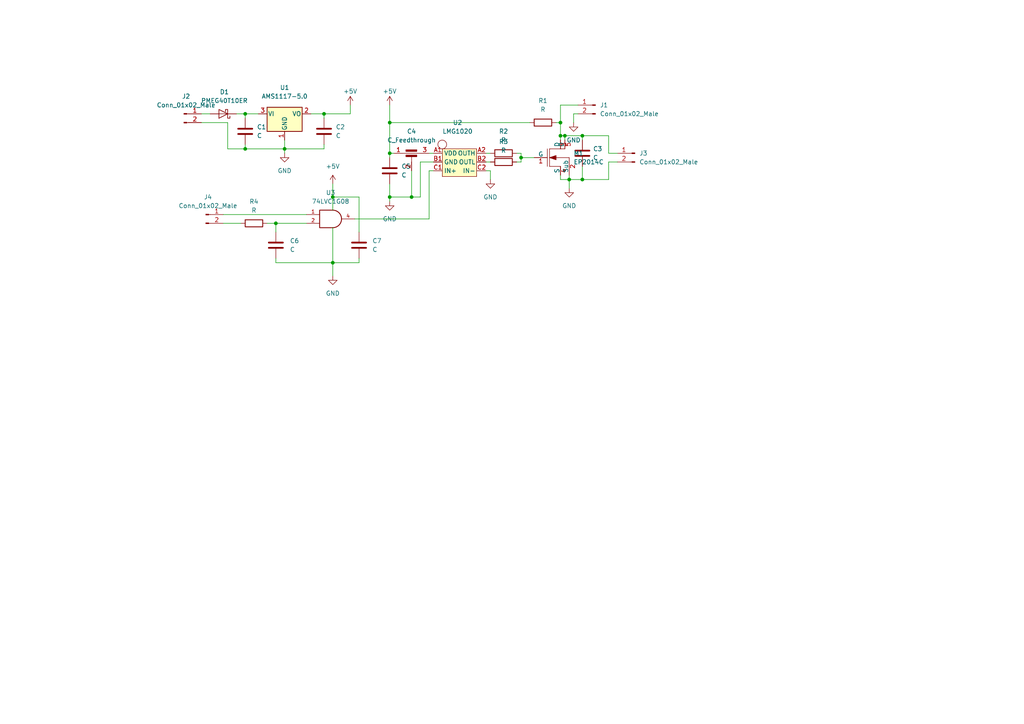
<source format=kicad_sch>
(kicad_sch (version 20211123) (generator eeschema)
  (paper "A4")
  (lib_symbols
    (symbol "74xGxx:74LVC1G08" (pin_names (offset 1.016))
      (property "Reference" "U" (at -2.54 3.81 0))
      (property "Value" "74LVC1G08" (at 0 -3.81 0))
      (symbol "74LVC1G08_0_1"
        (arc (start 0 -2.54) (mid 2.54 0) (end 0 2.54) (stroke (width 0.254)))
        (polyline (pts (xy 0 -2.54) (xy -3.81 -2.54) (xy -3.81 2.54) (xy 0 2.54)) (stroke (width 0.254)))
      )
      (symbol "74LVC1G08_1_1"
        (pin input line (at -7.62 1.27 0) (length 3.81) (name "~") (number "1"))
        (pin input line (at -7.62 -1.27 0) (length 3.81) (name "~") (number "2"))
        (pin power_in line (at 0 -2.54 270) (length 0) hide (name "GND") (number "3"))
        (pin output line (at 6.35 0 180) (length 3.81) (name "~") (number "4"))
        (pin power_in line (at 0 2.54 90) (length 0) hide (name "VCC") (number "5"))
      )
    )
    (symbol "Connector:Conn_01x02_Male" (pin_names (offset 1.016) hide)
      (property "Reference" "J" (at 0 2.54 0))
      (property "Value" "Conn_01x02_Male" (at 0 -5.08 0))
      (symbol "Conn_01x02_Male_1_1"
        (polyline (pts (xy 1.27 -2.54) (xy 0.8636 -2.54)) (stroke (width 0.1524)))
        (polyline (pts (xy 1.27 0) (xy 0.8636 0)) (stroke (width 0.1524)))
        (rectangle (start 0.8636 -2.413) (end 0 -2.667) (stroke (width 0.1524)) (fill (type outline)))
        (rectangle (start 0.8636 0.127) (end 0 -0.127) (stroke (width 0.1524)) (fill (type outline)))
        (pin passive line (at 5.08 0 180) (length 3.81) (name "Pin_1") (number "1"))
        (pin passive line (at 5.08 -2.54 180) (length 3.81) (name "Pin_2") (number "2"))
      )
    )
    (symbol "Device:C" (pin_numbers hide) (pin_names (offset 0.254))
      (property "Reference" "C" (at 0.635 2.54 0))
      (property "Value" "C" (at 0.635 -2.54 0))
      (symbol "C_0_1"
        (polyline (pts (xy -2.032 -0.762) (xy 2.032 -0.762)) (stroke (width 0.508)))
        (polyline (pts (xy -2.032 0.762) (xy 2.032 0.762)) (stroke (width 0.508)))
      )
      (symbol "C_1_1"
        (pin passive line (at 0 3.81 270) (length 2.794) (name "~") (number "1"))
        (pin passive line (at 0 -3.81 90) (length 2.794) (name "~") (number "2"))
      )
    )
    (symbol "Device:C_Feedthrough" (pin_names (offset 0.254) hide)
      (property "Reference" "C" (at 0 7.62 0))
      (property "Value" "C_Feedthrough" (at 0 5.715 0))
      (symbol "C_Feedthrough_0_1"
        (rectangle (start -1.651 1.524) (end 1.524 2.032) (fill (type outline)))
        (polyline (pts (xy -2.54 2.54) (xy 2.54 2.54)))
        (polyline (pts (xy 0 0) (xy 0 1.778)))
        (rectangle (start 1.524 3.048) (end -1.651 3.556) (fill (type outline)))
      )
      (symbol "C_Feedthrough_1_1"
        (pin passive line (at -5.08 2.54 0) (length 2.54) (name "1") (number "1"))
        (pin passive line (at 0 -2.54 90) (length 2.54) (name "2") (number "2"))
        (pin passive line (at 5.08 2.54 180) (length 2.54) (name "3") (number "3"))
      )
    )
    (symbol "Device:R" (pin_numbers hide) (pin_names (offset 0))
      (property "Reference" "R" (at 2.032 0 90))
      (property "Value" "R" (at 0 0 90))
      (symbol "R_0_1"
        (rectangle (start -1.016 -2.54) (end 1.016 2.54) (stroke (width 0.254)))
      )
      (symbol "R_1_1"
        (pin passive line (at 0 3.81 270) (length 1.27) (name "~") (number "1"))
        (pin passive line (at 0 -3.81 90) (length 1.27) (name "~") (number "2"))
      )
    )
    (symbol "Diode:PMEG40T10ER" (pin_numbers hide) (pin_names hide)
      (property "Reference" "D" (at 0 2.54 0))
      (property "Value" "PMEG40T10ER" (at 0 -2.54 0))
      (symbol "PMEG40T10ER_0_1"
        (polyline (pts (xy 1.27 0) (xy -1.27 0)))
        (polyline (pts (xy 1.27 1.27) (xy 1.27 -1.27) (xy -1.27 0) (xy 1.27 1.27)) (stroke (width 0.2032)))
        (polyline (pts (xy -1.905 0.635) (xy -1.905 1.27) (xy -1.27 1.27) (xy -1.27 -1.27) (xy -0.635 -1.27) (xy -0.635 -0.635)) (stroke (width 0.2032)))
      )
      (symbol "PMEG40T10ER_1_1"
        (pin passive line (at -3.81 0 0) (length 2.54) (name "K") (number "1"))
        (pin passive line (at 3.81 0 180) (length 2.54) (name "A") (number "2"))
      )
    )
    (symbol "FLIM_LASR:LMG1020"
      (property "Reference" "U" (at 5.08 3.81 0))
      (property "Value" "LMG1020" (at 6.35 6.35 0))
      (symbol "LMG1020_0_1"
        (polyline (pts (xy 0 1.27) (xy 0 -6.73) (xy 10 -6.73) (xy 10 1.27) (xy 0 1.27)) (fill (type background)))
        (circle (center 0 2.54) (radius 1.27))
      )
      (symbol "LMG1020_1_1"
        (pin power_in line (at -2.54 0 0) (length 2.54) (name "VDD") (number "A1"))
        (pin output line (at 12.7 0 180) (length 2.54) (name "OUTH") (number "A2"))
        (pin power_in line (at -2.54 -2.54 0) (length 2.54) (name "GND") (number "B1"))
        (pin output line (at 12.7 -2.54 180) (length 2.54) (name "OUTL") (number "B2"))
        (pin input line (at -2.54 -5.08 0) (length 2.54) (name "IN+") (number "C1"))
        (pin input line (at 12.7 -5.08 180) (length 2.54) (name "IN-") (number "C2"))
      )
    )
    (symbol "Regulator_Linear:AMS1117-5.0" (pin_names (offset 0.254))
      (property "Reference" "U" (at -3.81 3.175 0))
      (property "Value" "AMS1117-5.0" (at 0 3.175 0))
      (symbol "AMS1117-5.0_0_1"
        (rectangle (start -5.08 -5.08) (end 5.08 1.905) (stroke (width 0.254)) (fill (type background)))
      )
      (symbol "AMS1117-5.0_1_1"
        (pin power_in line (at 0 -7.62 90) (length 2.54) (name "GND") (number "1"))
        (pin power_out line (at 7.62 0 180) (length 2.54) (name "VO") (number "2"))
        (pin power_in line (at -7.62 0 0) (length 2.54) (name "VI") (number "3"))
      )
    )
    (symbol "power:+5V" (power) (pin_names (offset 0))
      (property "Value" "+5V" (at 0 3.556 0))
      (symbol "+5V_0_1"
        (polyline (pts (xy -0.762 1.27) (xy 0 2.54)))
        (polyline (pts (xy 0 0) (xy 0 2.54)))
        (polyline (pts (xy 0 2.54) (xy 0.762 1.27)))
      )
      (symbol "+5V_1_1"
        (pin power_in line (at 0 0 90) (length 0) hide (name "+5V") (number "1"))
      )
    )
    (symbol "power:GND" (power) (pin_names (offset 0))
      (property "Value" "GND" (at 0 -3.81 0))
      (symbol "GND_0_1"
        (polyline (pts (xy 0 0) (xy 0 -1.27) (xy 1.27 -1.27) (xy 0 -2.54) (xy -1.27 -1.27) (xy 0 -1.27)))
      )
      (symbol "GND_1_1"
        (pin power_in line (at 0 0 270) (length 0) hide (name "GND") (number "1"))
      )
    )
    (symbol "pspice:MNMOS" (pin_names (offset 0))
      (property "Reference" "M1" (at 6.35 1.2701 0))
      (property "Value" "EP2014C" (at 6.35 -1.2699 0))
      (symbol "MNMOS_0_1"
        (polyline (pts (xy -1.27 -2.54) (xy -1.27 2.54)))
        (polyline (pts (xy -0.635 -2.54) (xy 2.54 -2.54)))
        (polyline (pts (xy 2.54 2.54) (xy -0.635 2.54)))
        (polyline (pts (xy 3.81 2.54) (xy 2.54 2.54)))
        (polyline (pts (xy 5.08 0) (xy -0.635 0)))
        (polyline (pts (xy -0.635 0) (xy 1.27 0.635) (xy 1.27 -0.635) (xy -0.635 0)) (fill (type outline)))
      )
      (symbol "MNMOS_1_1"
        (polyline (pts (xy -0.635 -2.54) (xy -0.635 2.54)))
        (pin input line (at -5.08 0 0) (length 3.81) (name "G") (number "1"))
        (pin input line (at 5.08 -5.08 90) (length 5.08) (name "Sub") (number "2"))
        (pin passive line (at 2.54 5.08 270) (length 2.54) (name "D") (number "3"))
        (pin passive line (at 2.54 -5.08 90) (length 2.54) (name "S") (number "4"))
        (pin passive line (at 3.81 5.08 270) (length 2.54) (name "D") (number "5"))
      )
    )
  )
  (junction (at 168.91 52.07))
  (junction (at 165.1 52.07))
  (junction (at 113.03 35.56))
  (junction (at 96.52 57.15))
  (junction (at 119.38 57.15))
  (junction (at 82.55 43.18))
  (junction (at 151.13 45.72))
  (junction (at 113.03 44.45))
  (junction (at 113.03 57.15))
  (junction (at 71.12 33.02))
  (junction (at 96.52 76.2))
  (junction (at 93.98 33.02))
  (junction (at 168.91 39.37))
  (junction (at 71.12 43.18))
  (junction (at 80.01 64.77))
  (junction (at 162.56 39.37))
  (junction (at 162.56 35.56))
  (junction (at 163.83 39.37))
  (wire (pts (xy 113.03 57.15) (xy 113.03 58.42)))
  (wire (pts (xy 80.01 74.93) (xy 80.01 76.2)))
  (wire (pts (xy 93.98 33.02) (xy 93.98 34.29)))
  (wire (pts (xy 124.46 44.45) (xy 125.73 44.45)))
  (wire (pts (xy 168.91 39.37) (xy 168.91 40.64)))
  (wire (pts (xy 140.97 46.99) (xy 142.24 46.99)))
  (wire (pts (xy 162.56 52.07) (xy 165.1 52.07)))
  (wire (pts (xy 71.12 34.29) (xy 71.12 33.02)))
  (wire (pts (xy 113.03 35.56) (xy 113.03 44.45)))
  (wire (pts (xy 80.01 76.2) (xy 96.52 76.2)))
  (wire (pts (xy 113.03 35.56) (xy 153.67 35.56)))
  (wire (pts (xy 104.14 67.31) (xy 104.14 57.15)))
  (wire (pts (xy 168.91 52.07) (xy 165.1 52.07)))
  (wire (pts (xy 82.55 43.18) (xy 82.55 44.45)))
  (wire (pts (xy 66.04 35.56) (xy 58.42 35.56)))
  (wire (pts (xy 96.52 66.04) (xy 96.52 76.2)))
  (wire (pts (xy 163.83 39.37) (xy 163.83 40.64)))
  (wire (pts (xy 88.9 64.77) (xy 80.01 64.77)))
  (wire (pts (xy 114.3 44.45) (xy 113.03 44.45)))
  (wire (pts (xy 149.86 46.99) (xy 151.13 46.99)))
  (wire (pts (xy 66.04 35.56) (xy 66.04 43.18)))
  (wire (pts (xy 140.97 44.45) (xy 142.24 44.45)))
  (wire (pts (xy 125.73 46.99) (xy 121.92 46.99)))
  (wire (pts (xy 58.42 33.02) (xy 60.96 33.02)))
  (wire (pts (xy 80.01 64.77) (xy 80.01 67.31)))
  (wire (pts (xy 176.53 46.99) (xy 179.07 46.99)))
  (wire (pts (xy 176.53 44.45) (xy 176.53 39.37)))
  (wire (pts (xy 124.46 49.53) (xy 125.73 49.53)))
  (wire (pts (xy 119.38 57.15) (xy 113.03 57.15)))
  (wire (pts (xy 113.03 53.34) (xy 113.03 57.15)))
  (wire (pts (xy 151.13 45.72) (xy 151.13 46.99)))
  (wire (pts (xy 90.17 33.02) (xy 93.98 33.02)))
  (wire (pts (xy 162.56 50.8) (xy 162.56 52.07)))
  (wire (pts (xy 93.98 43.18) (xy 93.98 41.91)))
  (wire (pts (xy 176.53 46.99) (xy 176.53 52.07)))
  (wire (pts (xy 71.12 33.02) (xy 74.93 33.02)))
  (wire (pts (xy 140.97 49.53) (xy 142.24 49.53)))
  (wire (pts (xy 165.1 52.07) (xy 165.1 54.61)))
  (wire (pts (xy 101.6 30.48) (xy 101.6 33.02)))
  (wire (pts (xy 162.56 35.56) (xy 162.56 39.37)))
  (wire (pts (xy 168.91 48.26) (xy 168.91 52.07)))
  (wire (pts (xy 82.55 43.18) (xy 71.12 43.18)))
  (wire (pts (xy 151.13 45.72) (xy 154.94 45.72)))
  (wire (pts (xy 161.29 35.56) (xy 162.56 35.56)))
  (wire (pts (xy 165.1 50.8) (xy 165.1 52.07)))
  (wire (pts (xy 77.47 64.77) (xy 80.01 64.77)))
  (wire (pts (xy 142.24 49.53) (xy 142.24 52.07)))
  (wire (pts (xy 96.52 76.2) (xy 96.52 80.01)))
  (wire (pts (xy 113.03 44.45) (xy 113.03 45.72)))
  (wire (pts (xy 113.03 30.48) (xy 113.03 35.56)))
  (wire (pts (xy 166.37 33.02) (xy 167.64 33.02)))
  (wire (pts (xy 166.37 35.56) (xy 166.37 33.02)))
  (wire (pts (xy 176.53 39.37) (xy 168.91 39.37)))
  (wire (pts (xy 96.52 53.34) (xy 96.52 57.15)))
  (wire (pts (xy 119.38 49.53) (xy 119.38 57.15)))
  (wire (pts (xy 71.12 43.18) (xy 71.12 41.91)))
  (wire (pts (xy 176.53 44.45) (xy 179.07 44.45)))
  (wire (pts (xy 96.52 57.15) (xy 96.52 60.96)))
  (wire (pts (xy 101.6 33.02) (xy 93.98 33.02)))
  (wire (pts (xy 162.56 30.48) (xy 162.56 35.56)))
  (wire (pts (xy 96.52 76.2) (xy 104.14 76.2)))
  (wire (pts (xy 163.83 39.37) (xy 168.91 39.37)))
  (wire (pts (xy 121.92 57.15) (xy 119.38 57.15)))
  (wire (pts (xy 162.56 39.37) (xy 163.83 39.37)))
  (wire (pts (xy 82.55 43.18) (xy 93.98 43.18)))
  (wire (pts (xy 151.13 44.45) (xy 151.13 45.72)))
  (wire (pts (xy 64.77 62.23) (xy 88.9 62.23)))
  (wire (pts (xy 121.92 46.99) (xy 121.92 57.15)))
  (wire (pts (xy 104.14 57.15) (xy 96.52 57.15)))
  (wire (pts (xy 68.58 33.02) (xy 71.12 33.02)))
  (wire (pts (xy 66.04 43.18) (xy 71.12 43.18)))
  (wire (pts (xy 167.64 30.48) (xy 162.56 30.48)))
  (wire (pts (xy 64.77 64.77) (xy 69.85 64.77)))
  (wire (pts (xy 162.56 39.37) (xy 162.56 40.64)))
  (wire (pts (xy 124.46 49.53) (xy 124.46 63.5)))
  (wire (pts (xy 82.55 40.64) (xy 82.55 43.18)))
  (wire (pts (xy 102.87 63.5) (xy 124.46 63.5)))
  (wire (pts (xy 149.86 44.45) (xy 151.13 44.45)))
  (wire (pts (xy 104.14 74.93) (xy 104.14 76.2)))
  (wire (pts (xy 176.53 52.07) (xy 168.91 52.07)))
  (symbol (lib_id "power:+5V") (at 96.52 53.34 0) (unit 1)
    (property "Reference" "#PWR06" (effects hide))
    (property "Value" "+5V" (at 96.52 48.26 0))
  )
  (symbol (lib_id "Connector:Conn_01x02_Male") (at 53.34 33.02 0) (unit 1)
    (property "Reference" "J2" (at 53.975 27.94 0))
    (property "Value" "Conn_01x02_Male" (at 53.975 30.48 0))
    (property "Footprint" "Connector_PinHeader_2.54mm:PinHeader_1x02_P2.54mm_Vertical" (effects hide))
  )
  (symbol (lib_id "Device:R") (at 73.66 64.77 90) (unit 1)
    (property "Reference" "R4" (at 73.66 58.46 90))
    (property "Value" "R" (at 73.66 61 90))
    (property "Footprint" "Resistor_SMD:R_0603_1608Metric_Pad0.98x0.95mm_HandSolder" (effects hide))
  )
  (symbol (lib_id "Diode:PMEG40T10ER") (at 64.77 33.02 180) (unit 1)
    (property "Reference" "D1" (at 65.0875 26.67 0))
    (property "Value" "PMEG40T10ER" (at 65.0875 29.21 0))
    (property "Footprint" "Diode_SMD:Nexperia_CFP3_SOD-123W" (effects hide))
    (property "Datasheet" "https://assets.nexperia.com/documents/data-sheet/PMEG40T10ER.pdf" (effects hide))
  )
  (symbol (lib_id "power:GND") (at 96.52 80.01 0) (unit 1)
    (property "Reference" "#PWR09" (effects hide))
    (property "Value" "GND" (at 96.52 85.09 0))
  )
  (symbol (lib_id "Connector:Conn_01x02_Male") (at 172.72 30.48 0) (mirror y) (unit 1)
    (property "Reference" "J1" (at 173.99 30.4799 0) (effects (justify right)))
    (property "Value" "Conn_01x02_Male" (at 173.99 33.0199 0) (effects (justify right)))
    (property "Footprint" "Connector_PinSocket_2.54mm:PinSocket_1x02_P2.54mm_Vertical" (effects hide))
  )
  (symbol (lib_id "Device:R") (at 157.48 35.56 90) (unit 1)
    (property "Reference" "R1" (at 157.48 29.21 90))
    (property "Value" "R" (at 157.48 31.75 90))
    (property "Footprint" "Resistor_SMD:R_0603_1608Metric_Pad0.98x0.95mm_HandSolder" (effects hide))
  )
  (symbol (lib_id "Device:C") (at 113.03 49.53 0) (unit 1)
    (property "Reference" "C5" (at 116.43 48.2599 0) (effects (justify left)))
    (property "Value" "C" (at 116.43 50.7999 0) (effects (justify left)))
    (property "Footprint" "Capacitor_SMD:C_0201_0603Metric" (effects hide))
  )
  (symbol (lib_id "FLIM_LASR:LMG1020") (at 128.27 44.45 0) (unit 1)
    (property "Reference" "U2" (at 132.715 35.56 0))
    (property "Value" "LMG1020" (at 132.715 38.1 0))
    (property "Footprint" "FLIM_laser:LMG1020" (effects hide))
  )
  (symbol (lib_id "power:GND") (at 165.1 54.61 0) (unit 1)
    (property "Reference" "#PWR07" (effects hide))
    (property "Value" "GND" (at 165.1 59.69 0))
  )
  (symbol (lib_id "Device:R") (at 146.05 46.99 90) (unit 1)
    (property "Reference" "R3" (at 146.05 41.09 90))
    (property "Value" "R" (at 146.05 43.63 90))
    (property "Footprint" "Resistor_SMD:R_0201_0603Metric" (effects hide))
  )
  (symbol (lib_id "power:+5V") (at 101.6 30.48 0) (unit 1)
    (property "Reference" "#PWR01" (effects hide))
    (property "Value" "+5V" (at 101.6 26.48 0))
  )
  (symbol (lib_id "power:GND") (at 113.03 58.42 0) (unit 1)
    (property "Reference" "#PWR08" (effects hide))
    (property "Value" "GND" (at 113.03 63.5 0))
  )
  (symbol (lib_id "power:GND") (at 142.24 52.07 0) (unit 1)
    (property "Reference" "#PWR05" (effects hide))
    (property "Value" "GND" (at 142.24 57.15 0))
  )
  (symbol (lib_id "power:GND") (at 166.37 35.56 0) (unit 1)
    (property "Reference" "#PWR03" (effects hide))
    (property "Value" "GND" (at 166.37 40.64 0))
  )
  (symbol (lib_id "Connector:Conn_01x02_Male") (at 184.15 44.45 0) (mirror y) (unit 1)
    (property "Reference" "J3" (at 185.42 44.4499 0) (effects (justify right)))
    (property "Value" "Conn_01x02_Male" (at 185.42 46.9899 0) (effects (justify right)))
    (property "Footprint" "Connector_PinSocket_2.54mm:PinSocket_1x02_P2.54mm_Vertical" (effects hide))
  )
  (symbol (lib_id "Device:C") (at 71.12 38.1 0) (unit 1)
    (property "Reference" "C1" (at 74.52 36.8299 0) (effects (justify left)))
    (property "Value" "C" (at 74.52 39.3699 0) (effects (justify left)))
    (property "Footprint" "Capacitor_SMD:C_0603_1608Metric_Pad1.08x0.95mm_HandSolder" (effects hide))
  )
  (symbol (lib_id "power:+5V") (at 113.03 30.48 0) (unit 1)
    (property "Reference" "#PWR02" (effects hide))
    (property "Value" "+5V" (at 113.03 26.48 0))
  )
  (symbol (lib_id "Connector:Conn_01x02_Male") (at 59.69 62.23 0) (unit 1)
    (property "Reference" "J4" (at 60.325 57.15 0))
    (property "Value" "Conn_01x02_Male" (at 60.325 59.69 0))
    (property "Footprint" "Connector_PinHeader_2.54mm:PinHeader_1x02_P2.54mm_Vertical" (effects hide))
  )
  (symbol (lib_id "Device:C") (at 168.91 44.45 0) (unit 1)
    (property "Reference" "C3" (at 172 43.1799 0) (effects (justify left)))
    (property "Value" "C" (at 172 45.7199 0) (effects (justify left)))
    (property "Footprint" "Capacitor_SMD:C_0603_1608Metric_Pad1.08x0.95mm_HandSolder" (effects hide))
  )
  (symbol (lib_id "Regulator_Linear:AMS1117-5.0") (at 82.55 33.02 0) (unit 1)
    (property "Reference" "U1" (at 82.55 25.4 0))
    (property "Value" "AMS1117-5.0" (at 82.55 27.94 0))
    (property "Footprint" "Package_TO_SOT_SMD:SOT-223-3_TabPin2" (effects hide))
    (property "Datasheet" "http://www.advanced-monolithic.com/pdf/ds1117.pdf" (effects hide))
  )
  (symbol (lib_id "Device:C_Feedthrough") (at 119.38 46.99 0) (unit 1)
    (property "Reference" "C4" (at 119.38 38.1 0))
    (property "Value" "C_Feedthrough" (at 119.38 40.64 0))
    (property "Footprint" "FLIM_laser:YFF18PW0J474M" (effects hide))
  )
  (symbol (lib_id "power:GND") (at 82.55 44.45 0) (unit 1)
    (property "Reference" "#PWR04" (effects hide))
    (property "Value" "GND" (at 82.55 49.53 0))
  )
  (symbol (lib_id "pspice:MNMOS") (at 160.02 45.72 0) (unit 1)
    (property "Reference" "M1" (at 166.37 44.4499 0) (effects (justify left)))
    (property "Value" "EP2014C" (at 166.37 46.9899 0) (effects (justify left)))
    (property "Footprint" "FLIM_laser:EPC2014C" (effects hide))
  )
  (symbol (lib_id "74xGxx:74LVC1G08") (at 96.52 63.5 0) (unit 1)
    (property "Reference" "U3" (at 95.885 55.88 0))
    (property "Value" "74LVC1G08" (at 95.885 58.42 0))
    (property "Footprint" "Package_TO_SOT_SMD:SOT-353_SC-70-5_Handsoldering" (effects hide))
    (property "Datasheet" "http://www.ti.com/lit/sg/scyt129e/scyt129e.pdf" (effects hide))
  )
  (symbol (lib_id "Device:C") (at 93.98 38.1 0) (unit 1)
    (property "Reference" "C2" (at 97.38 36.8299 0) (effects (justify left)))
    (property "Value" "C" (at 97.38 39.3699 0) (effects (justify left)))
    (property "Footprint" "Capacitor_SMD:C_0603_1608Metric_Pad1.08x0.95mm_HandSolder" (effects hide))
  )
  (symbol (lib_id "Device:C") (at 104.14 71.12 0) (unit 1)
    (property "Reference" "C7" (at 107.99 69.8499 0) (effects (justify left)))
    (property "Value" "C" (at 107.99 72.3899 0) (effects (justify left)))
    (property "Footprint" "Capacitor_SMD:C_0603_1608Metric_Pad1.08x0.95mm_HandSolder" (effects hide))
  )
  (symbol (lib_id "Device:C") (at 80.01 71.12 0) (unit 1)
    (property "Reference" "C6" (at 84.08 69.8499 0) (effects (justify left)))
    (property "Value" "C" (at 84.08 72.3899 0) (effects (justify left)))
    (property "Footprint" "Capacitor_SMD:C_0603_1608Metric_Pad1.08x0.95mm_HandSolder" (effects hide))
  )
  (symbol (lib_id "Device:R") (at 146.05 44.45 90) (unit 1)
    (property "Reference" "R2" (at 146.05 38.1 90))
    (property "Value" "R" (at 146.05 40.64 90))
    (property "Footprint" "Resistor_SMD:R_0201_0603Metric" (effects hide))
  )
)
</source>
